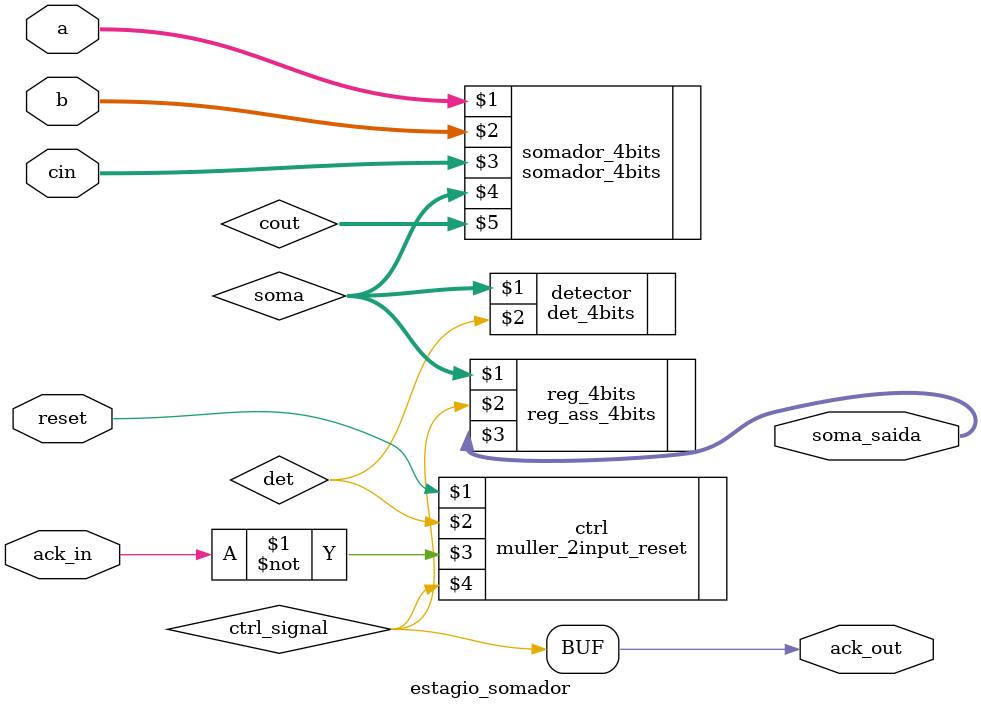
<source format=v>
module estagio_somador(reset,ack_in,a,b,cin,ack_out,soma_saida);

input 		reset;
input 		ack_in;
input [7:0] a,b;
input [1:0]	cin;
output 		ack_out;
output[7:0] soma_saida;

wire [1:0]cout;
wire det,ctrl_signal;
wire[7:0] soma;

somador_4bits somador_4bits(a,b,cin,soma,cout);

det_4bits detector(soma,det);

muller_2input_reset ctrl(reset,det,~ack_in,ctrl_signal);

reg_ass_4bits reg_4bits(soma,ctrl_signal,soma_saida);

assign ack_out=ctrl_signal;

endmodule 
</source>
